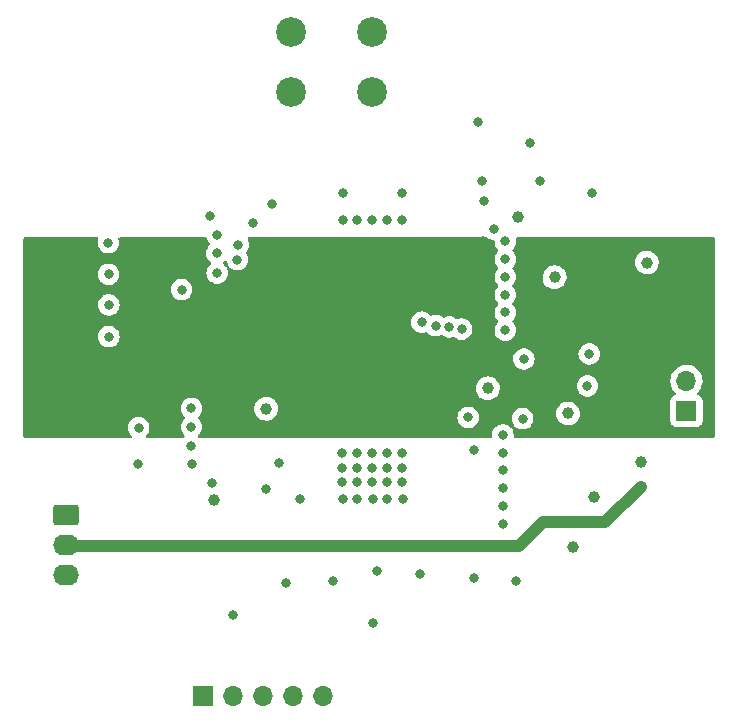
<source format=gbr>
%TF.GenerationSoftware,KiCad,Pcbnew,(6.0.0-0)*%
%TF.CreationDate,2022-06-10T22:05:24-07:00*%
%TF.ProjectId,bitaxe,62697461-7865-42e6-9b69-6361645f7063,rev?*%
%TF.SameCoordinates,Original*%
%TF.FileFunction,Copper,L3,Inr*%
%TF.FilePolarity,Positive*%
%FSLAX46Y46*%
G04 Gerber Fmt 4.6, Leading zero omitted, Abs format (unit mm)*
G04 Created by KiCad (PCBNEW (6.0.0-0)) date 2022-06-10 22:05:24*
%MOMM*%
%LPD*%
G01*
G04 APERTURE LIST*
G04 Aperture macros list*
%AMRoundRect*
0 Rectangle with rounded corners*
0 $1 Rounding radius*
0 $2 $3 $4 $5 $6 $7 $8 $9 X,Y pos of 4 corners*
0 Add a 4 corners polygon primitive as box body*
4,1,4,$2,$3,$4,$5,$6,$7,$8,$9,$2,$3,0*
0 Add four circle primitives for the rounded corners*
1,1,$1+$1,$2,$3*
1,1,$1+$1,$4,$5*
1,1,$1+$1,$6,$7*
1,1,$1+$1,$8,$9*
0 Add four rect primitives between the rounded corners*
20,1,$1+$1,$2,$3,$4,$5,0*
20,1,$1+$1,$4,$5,$6,$7,0*
20,1,$1+$1,$6,$7,$8,$9,0*
20,1,$1+$1,$8,$9,$2,$3,0*%
G04 Aperture macros list end*
%TA.AperFunction,ComponentPad*%
%ADD10O,2.190000X1.740000*%
%TD*%
%TA.AperFunction,ComponentPad*%
%ADD11RoundRect,0.250000X-0.845000X0.620000X-0.845000X-0.620000X0.845000X-0.620000X0.845000X0.620000X0*%
%TD*%
%TA.AperFunction,ComponentPad*%
%ADD12C,2.520000*%
%TD*%
%TA.AperFunction,ComponentPad*%
%ADD13O,1.700000X1.700000*%
%TD*%
%TA.AperFunction,ComponentPad*%
%ADD14R,1.700000X1.700000*%
%TD*%
%TA.AperFunction,ViaPad*%
%ADD15C,0.800000*%
%TD*%
%TA.AperFunction,ViaPad*%
%ADD16C,1.000000*%
%TD*%
%TA.AperFunction,Conductor*%
%ADD17C,1.000000*%
%TD*%
G04 APERTURE END LIST*
D10*
%TO.N,/PWM*%
%TO.C,J5*%
X63350000Y-94680000D03*
%TO.N,/5V*%
X63350000Y-92140000D03*
D11*
%TO.N,GND*%
X63350000Y-89600000D03*
%TD*%
D12*
%TO.N,GND*%
%TO.C,J2*%
X82380000Y-48640000D03*
X82380000Y-53720000D03*
%TD*%
%TO.N,/VIN*%
%TO.C,J1*%
X89290000Y-53720000D03*
X89290000Y-48640000D03*
%TD*%
D13*
%TO.N,GND*%
%TO.C,J3*%
X85120000Y-104860000D03*
%TO.N,/RST_N*%
X82580000Y-104860000D03*
%TO.N,/RO*%
X80040000Y-104860000D03*
%TO.N,/CI*%
X77500000Y-104860000D03*
D14*
%TO.N,/1V8_2*%
X74960000Y-104860000D03*
%TD*%
%TO.N,GND*%
%TO.C,J4*%
X115890000Y-80745000D03*
D13*
%TO.N,/5V*%
X115890000Y-78205000D03*
%TD*%
D15*
%TO.N,Net-(IC1-Pad6)*%
X107930000Y-62270000D03*
%TO.N,Net-(IC1-Pad5)*%
X103490000Y-61240000D03*
%TO.N,Net-(IC1-Pad2)*%
X102640000Y-58050000D03*
%TO.N,Net-(IC1-Pad1)*%
X98220000Y-56290000D03*
%TO.N,/VIN*%
X91800000Y-64570000D03*
X86800000Y-62330000D03*
X87990000Y-64570000D03*
X86780000Y-64570000D03*
X90500000Y-64570000D03*
X89250000Y-64570000D03*
X91820000Y-62330000D03*
%TO.N,/A*%
X86710000Y-66700000D03*
D16*
X106220000Y-75610000D03*
X107950000Y-66510000D03*
D15*
X87990000Y-82050000D03*
X91800000Y-82050000D03*
X86710000Y-70870000D03*
X86710000Y-69280000D03*
X89245000Y-70870000D03*
X91780000Y-66700000D03*
X89250000Y-82050000D03*
X91780000Y-70870000D03*
X82640000Y-70780000D03*
X87997500Y-67930000D03*
X89265000Y-67930000D03*
X87977500Y-70870000D03*
X90512500Y-66700000D03*
X86740000Y-82050000D03*
X61440000Y-70480000D03*
X86730000Y-67930000D03*
D16*
X108730000Y-68440000D03*
D15*
X90512500Y-70870000D03*
X90512500Y-69280000D03*
X87977500Y-66700000D03*
X89245000Y-69280000D03*
X86760000Y-79610000D03*
X91800000Y-67930000D03*
X90500000Y-82050000D03*
X90532500Y-67930000D03*
X91820000Y-79610000D03*
X89245000Y-66700000D03*
X98680000Y-66370000D03*
X87977500Y-69280000D03*
X91780000Y-69280000D03*
D16*
X112200000Y-66580000D03*
D15*
%TO.N,GND*%
X86750000Y-85580000D03*
D16*
X108060000Y-88040000D03*
D15*
X89290000Y-84310000D03*
X86750000Y-86800000D03*
X91820000Y-85580000D03*
X91820000Y-86800000D03*
X90510000Y-86800000D03*
X86760000Y-84310000D03*
X91850000Y-88210000D03*
X89280000Y-85580000D03*
X88000000Y-85580000D03*
X89310000Y-88210000D03*
X88030000Y-88210000D03*
X90540000Y-88210000D03*
X89380000Y-98730000D03*
D16*
X105850000Y-80960000D03*
D15*
X89280000Y-86800000D03*
X83160000Y-88210000D03*
D16*
X106290000Y-92260000D03*
D15*
X90520000Y-84310000D03*
X90510000Y-85580000D03*
D16*
X80300000Y-80560000D03*
D15*
X91830000Y-84310000D03*
X86780000Y-88210000D03*
D16*
X75910000Y-88290000D03*
X112020000Y-85090000D03*
X99070000Y-78830000D03*
D15*
X88000000Y-86800000D03*
X69470000Y-85250000D03*
X97900000Y-84060000D03*
X88010000Y-84310000D03*
%TO.N,Net-(C8-Pad1)*%
X81390000Y-85120000D03*
%TO.N,Net-(C11-Pad1)*%
X80290000Y-87390000D03*
%TO.N,/CI*%
X77510000Y-98010000D03*
%TO.N,/0V8_2*%
X102020000Y-81400000D03*
%TO.N,/0V8_1*%
X99620000Y-65370000D03*
D16*
%TO.N,/1V8_1*%
X101650000Y-64360000D03*
X104720000Y-69430000D03*
D15*
%TO.N,/RST_N*%
X69510000Y-82170000D03*
D16*
%TO.N,/5V*%
X112020000Y-87170000D03*
X112530000Y-68180000D03*
D15*
%TO.N,Net-(IC1-Pad3)*%
X98540000Y-61260000D03*
%TO.N,Net-(IC1-Pad4)*%
X98760000Y-62970000D03*
%TO.N,Net-(C3-Pad1)*%
X73140000Y-70480000D03*
%TO.N,Net-(IC1-Pad25)*%
X76150000Y-69070000D03*
%TO.N,Net-(IC1-Pad26)*%
X76120000Y-67410000D03*
%TO.N,Net-(IC1-Pad27)*%
X96860000Y-73820000D03*
X77870000Y-67940000D03*
%TO.N,Net-(IC1-Pad28)*%
X77950000Y-66700000D03*
X95800000Y-73640000D03*
%TO.N,Net-(IC1-Pad29)*%
X76120000Y-65850000D03*
%TO.N,Net-(IC1-Pad30)*%
X79200000Y-64840000D03*
X94660000Y-73530000D03*
%TO.N,Net-(IC1-Pad31)*%
X75520000Y-64250000D03*
%TO.N,Net-(IC1-Pad32)*%
X93480000Y-73230000D03*
X80790000Y-63200000D03*
%TO.N,Net-(IC2-Pad4)*%
X97410000Y-81300000D03*
%TO.N,Net-(IC2-Pad6)*%
X102120000Y-76340000D03*
%TO.N,Net-(IC2-Pad27)*%
X75730000Y-86870000D03*
%TO.N,Net-(IC2-Pad29)*%
X74000000Y-85250000D03*
%TO.N,Net-(IC2-Pad30)*%
X73960000Y-83690000D03*
%TO.N,Net-(IC2-Pad31)*%
X73980000Y-82100000D03*
%TO.N,Net-(IC2-Pad32)*%
X73980000Y-80530000D03*
%TO.N,Net-(IC1-Pad9)*%
X100550000Y-66400000D03*
%TO.N,Net-(IC1-Pad10)*%
X100550000Y-67910000D03*
%TO.N,Net-(IC1-Pad11)*%
X100550000Y-69400000D03*
%TO.N,Net-(IC1-Pad12)*%
X100550000Y-70910000D03*
%TO.N,Net-(IC1-Pad13)*%
X100550000Y-72400000D03*
%TO.N,Net-(IC1-Pad14)*%
X100550000Y-73910000D03*
%TO.N,Net-(IC1-Pad15)*%
X107500000Y-78630000D03*
%TO.N,Net-(IC1-Pad16)*%
X107660000Y-75920000D03*
%TO.N,Net-(IC2-Pad9)*%
X100350000Y-82770000D03*
%TO.N,Net-(IC2-Pad10)*%
X100330000Y-84280000D03*
%TO.N,Net-(IC2-Pad11)*%
X100360000Y-85790000D03*
%TO.N,Net-(IC2-Pad12)*%
X100340000Y-87300000D03*
%TO.N,Net-(IC2-Pad13)*%
X100340000Y-88820000D03*
%TO.N,Net-(IC2-Pad14)*%
X100350000Y-90330000D03*
%TO.N,Net-(IC2-Pad15)*%
X101450000Y-95110000D03*
%TO.N,Net-(IC2-Pad16)*%
X97910000Y-94900000D03*
%TO.N,Net-(IC1-Pad20)*%
X66980000Y-74456667D03*
%TO.N,Net-(IC1-Pad21)*%
X66980000Y-71766667D03*
%TO.N,Net-(IC1-Pad22)*%
X66960000Y-69176667D03*
%TO.N,Net-(IC1-Pad23)*%
X66940000Y-66496667D03*
%TO.N,Net-(IC2-Pad20)*%
X93290000Y-94580000D03*
%TO.N,Net-(IC2-Pad21)*%
X89700000Y-94340000D03*
%TO.N,Net-(IC2-Pad22)*%
X85970000Y-95150000D03*
%TO.N,Net-(IC2-Pad23)*%
X81990000Y-95280000D03*
%TD*%
D17*
%TO.N,/5V*%
X63605000Y-92085000D02*
X63710000Y-92190000D01*
X63710000Y-92190000D02*
X101720000Y-92190000D01*
X101720000Y-92190000D02*
X103740000Y-90170000D01*
X109020000Y-90170000D02*
X112020000Y-87170000D01*
X103740000Y-90170000D02*
X109020000Y-90170000D01*
%TD*%
%TA.AperFunction,Conductor*%
%TO.N,/A*%
G36*
X66027824Y-66060002D02*
G01*
X66074317Y-66113658D01*
X66084421Y-66183932D01*
X66079536Y-66204936D01*
X66046458Y-66306739D01*
X66026496Y-66496667D01*
X66046458Y-66686595D01*
X66105473Y-66868223D01*
X66108776Y-66873945D01*
X66108777Y-66873946D01*
X66114215Y-66883365D01*
X66200960Y-67033611D01*
X66205378Y-67038518D01*
X66205379Y-67038519D01*
X66321324Y-67167289D01*
X66328747Y-67175533D01*
X66483248Y-67287785D01*
X66489276Y-67290469D01*
X66489278Y-67290470D01*
X66591323Y-67335903D01*
X66657712Y-67365461D01*
X66751112Y-67385314D01*
X66838056Y-67403795D01*
X66838061Y-67403795D01*
X66844513Y-67405167D01*
X67035487Y-67405167D01*
X67041939Y-67403795D01*
X67041944Y-67403795D01*
X67128888Y-67385314D01*
X67222288Y-67365461D01*
X67288677Y-67335903D01*
X67390722Y-67290470D01*
X67390724Y-67290469D01*
X67396752Y-67287785D01*
X67551253Y-67175533D01*
X67558676Y-67167289D01*
X67674621Y-67038519D01*
X67674622Y-67038518D01*
X67679040Y-67033611D01*
X67765785Y-66883365D01*
X67771223Y-66873946D01*
X67771224Y-66873945D01*
X67774527Y-66868223D01*
X67833542Y-66686595D01*
X67853504Y-66496667D01*
X67833542Y-66306739D01*
X67800464Y-66204936D01*
X67798436Y-66133969D01*
X67835099Y-66073171D01*
X67898811Y-66041845D01*
X67920297Y-66040000D01*
X75134937Y-66040000D01*
X75203058Y-66060002D01*
X75249551Y-66113658D01*
X75254770Y-66127063D01*
X75281742Y-66210072D01*
X75285473Y-66221556D01*
X75380960Y-66386944D01*
X75385378Y-66391851D01*
X75385379Y-66391852D01*
X75395506Y-66403099D01*
X75508747Y-66528866D01*
X75514090Y-66532748D01*
X75518108Y-66536366D01*
X75555346Y-66596813D01*
X75553992Y-66667797D01*
X75518108Y-66723634D01*
X75514090Y-66727252D01*
X75508747Y-66731134D01*
X75504326Y-66736044D01*
X75397147Y-66855079D01*
X75380960Y-66873056D01*
X75347377Y-66931223D01*
X75291565Y-67027893D01*
X75285473Y-67038444D01*
X75226458Y-67220072D01*
X75225768Y-67226633D01*
X75225768Y-67226635D01*
X75224685Y-67236944D01*
X75206496Y-67410000D01*
X75207186Y-67416565D01*
X75223810Y-67574729D01*
X75226458Y-67599928D01*
X75285473Y-67781556D01*
X75380960Y-67946944D01*
X75508747Y-68088866D01*
X75580900Y-68141288D01*
X75591462Y-68148962D01*
X75634816Y-68205184D01*
X75640891Y-68275920D01*
X75607760Y-68338712D01*
X75591462Y-68352834D01*
X75538747Y-68391134D01*
X75534329Y-68396041D01*
X75534325Y-68396045D01*
X75430085Y-68511816D01*
X75410960Y-68533056D01*
X75315473Y-68698444D01*
X75256458Y-68880072D01*
X75255768Y-68886633D01*
X75255768Y-68886635D01*
X75252508Y-68917655D01*
X75236496Y-69070000D01*
X75237186Y-69076565D01*
X75252832Y-69225425D01*
X75256458Y-69259928D01*
X75315473Y-69441556D01*
X75410960Y-69606944D01*
X75415378Y-69611851D01*
X75415379Y-69611852D01*
X75484737Y-69688882D01*
X75538747Y-69748866D01*
X75613325Y-69803050D01*
X75678802Y-69850622D01*
X75693248Y-69861118D01*
X75699276Y-69863802D01*
X75699278Y-69863803D01*
X75850714Y-69931226D01*
X75867712Y-69938794D01*
X75961113Y-69958647D01*
X76048056Y-69977128D01*
X76048061Y-69977128D01*
X76054513Y-69978500D01*
X76245487Y-69978500D01*
X76251939Y-69977128D01*
X76251944Y-69977128D01*
X76338887Y-69958647D01*
X76432288Y-69938794D01*
X76449286Y-69931226D01*
X76600722Y-69863803D01*
X76600724Y-69863802D01*
X76606752Y-69861118D01*
X76621199Y-69850622D01*
X76686675Y-69803050D01*
X76761253Y-69748866D01*
X76815263Y-69688882D01*
X76884621Y-69611852D01*
X76884622Y-69611851D01*
X76889040Y-69606944D01*
X76984527Y-69441556D01*
X77043542Y-69259928D01*
X77047169Y-69225425D01*
X77062814Y-69076565D01*
X77063504Y-69070000D01*
X77047492Y-68917655D01*
X77044232Y-68886635D01*
X77044232Y-68886633D01*
X77043542Y-68880072D01*
X76984527Y-68698444D01*
X76965800Y-68666008D01*
X76949061Y-68597013D01*
X76972281Y-68529921D01*
X76978185Y-68525278D01*
X76921238Y-68530716D01*
X76858133Y-68498184D01*
X76851446Y-68491304D01*
X76850641Y-68490410D01*
X76761253Y-68391134D01*
X76749871Y-68382864D01*
X76696368Y-68343992D01*
X76678538Y-68331038D01*
X76635184Y-68274816D01*
X76629109Y-68204080D01*
X76662240Y-68141288D01*
X76678538Y-68127166D01*
X76692192Y-68117245D01*
X76731253Y-68088866D01*
X76757669Y-68059528D01*
X76818115Y-68022288D01*
X76889098Y-68023640D01*
X76948083Y-68063153D01*
X76974551Y-68117638D01*
X76975768Y-68123362D01*
X76976458Y-68129928D01*
X77035473Y-68311556D01*
X77038777Y-68317278D01*
X77038778Y-68317281D01*
X77054200Y-68343992D01*
X77070939Y-68412987D01*
X77047719Y-68480079D01*
X77041815Y-68484722D01*
X77098762Y-68479284D01*
X77161867Y-68511816D01*
X77168549Y-68518691D01*
X77258747Y-68618866D01*
X77308481Y-68655000D01*
X77392355Y-68715938D01*
X77413248Y-68731118D01*
X77419276Y-68733802D01*
X77419278Y-68733803D01*
X77581681Y-68806109D01*
X77587712Y-68808794D01*
X77681113Y-68828647D01*
X77768056Y-68847128D01*
X77768061Y-68847128D01*
X77774513Y-68848500D01*
X77965487Y-68848500D01*
X77971939Y-68847128D01*
X77971944Y-68847128D01*
X78058887Y-68828647D01*
X78152288Y-68808794D01*
X78158319Y-68806109D01*
X78320722Y-68733803D01*
X78320724Y-68733802D01*
X78326752Y-68731118D01*
X78347646Y-68715938D01*
X78431519Y-68655000D01*
X78481253Y-68618866D01*
X78500930Y-68597013D01*
X78604621Y-68481852D01*
X78604622Y-68481851D01*
X78609040Y-68476944D01*
X78685800Y-68343992D01*
X78701223Y-68317279D01*
X78701224Y-68317278D01*
X78704527Y-68311556D01*
X78763542Y-68129928D01*
X78783504Y-67940000D01*
X78766203Y-67775392D01*
X78764232Y-67756635D01*
X78764232Y-67756633D01*
X78763542Y-67750072D01*
X78704527Y-67568444D01*
X78687207Y-67538444D01*
X78645345Y-67465938D01*
X78627632Y-67435258D01*
X78610894Y-67366264D01*
X78634114Y-67299172D01*
X78643115Y-67287949D01*
X78684621Y-67241852D01*
X78684622Y-67241851D01*
X78689040Y-67236944D01*
X78784527Y-67071556D01*
X78843542Y-66889928D01*
X78844715Y-66878774D01*
X78862814Y-66706565D01*
X78862814Y-66706564D01*
X78863504Y-66700000D01*
X78846306Y-66536366D01*
X78844232Y-66516635D01*
X78844232Y-66516633D01*
X78843542Y-66510072D01*
X78784527Y-66328444D01*
X78732768Y-66238794D01*
X78727113Y-66229000D01*
X78710375Y-66160005D01*
X78733595Y-66092913D01*
X78789403Y-66049026D01*
X78836232Y-66040000D01*
X98955604Y-66040000D01*
X99023725Y-66060002D01*
X99029665Y-66064064D01*
X99116376Y-66127063D01*
X99163248Y-66161118D01*
X99169276Y-66163802D01*
X99169278Y-66163803D01*
X99311844Y-66227277D01*
X99337712Y-66238794D01*
X99524513Y-66278500D01*
X99526078Y-66278500D01*
X99590008Y-66304798D01*
X99630641Y-66363017D01*
X99636568Y-66399315D01*
X99636496Y-66400000D01*
X99637186Y-66406565D01*
X99649525Y-66523960D01*
X99656458Y-66589928D01*
X99715473Y-66771556D01*
X99718776Y-66777278D01*
X99718777Y-66777279D01*
X99771284Y-66868223D01*
X99810960Y-66936944D01*
X99815378Y-66941851D01*
X99815379Y-66941852D01*
X99931385Y-67070690D01*
X99962103Y-67134697D01*
X99953338Y-67205151D01*
X99931385Y-67239310D01*
X99816563Y-67366833D01*
X99810960Y-67373056D01*
X99715473Y-67538444D01*
X99656458Y-67720072D01*
X99655768Y-67726633D01*
X99655768Y-67726635D01*
X99637186Y-67903435D01*
X99636496Y-67910000D01*
X99656458Y-68099928D01*
X99715473Y-68281556D01*
X99718776Y-68287278D01*
X99718777Y-68287279D01*
X99748472Y-68338712D01*
X99810960Y-68446944D01*
X99815378Y-68451851D01*
X99815379Y-68451852D01*
X99922381Y-68570690D01*
X99953099Y-68634697D01*
X99944334Y-68705151D01*
X99922381Y-68739310D01*
X99824066Y-68848500D01*
X99810960Y-68863056D01*
X99781628Y-68913861D01*
X99723154Y-69015141D01*
X99715473Y-69028444D01*
X99656458Y-69210072D01*
X99655768Y-69216633D01*
X99655768Y-69216635D01*
X99653386Y-69239301D01*
X99636496Y-69400000D01*
X99656458Y-69589928D01*
X99715473Y-69771556D01*
X99810960Y-69936944D01*
X99815378Y-69941851D01*
X99815379Y-69941852D01*
X99931385Y-70070690D01*
X99962103Y-70134697D01*
X99953338Y-70205151D01*
X99931385Y-70239310D01*
X99822240Y-70360528D01*
X99810960Y-70373056D01*
X99715473Y-70538444D01*
X99656458Y-70720072D01*
X99636496Y-70910000D01*
X99637186Y-70916565D01*
X99655700Y-71092712D01*
X99656458Y-71099928D01*
X99715473Y-71281556D01*
X99810960Y-71446944D01*
X99815378Y-71451851D01*
X99815379Y-71451852D01*
X99922381Y-71570690D01*
X99953099Y-71634697D01*
X99944334Y-71705151D01*
X99922381Y-71739310D01*
X99810960Y-71863056D01*
X99715473Y-72028444D01*
X99656458Y-72210072D01*
X99655768Y-72216633D01*
X99655768Y-72216635D01*
X99644602Y-72322872D01*
X99636496Y-72400000D01*
X99637186Y-72406565D01*
X99653080Y-72557785D01*
X99656458Y-72589928D01*
X99715473Y-72771556D01*
X99810960Y-72936944D01*
X99815378Y-72941851D01*
X99815379Y-72941852D01*
X99931385Y-73070690D01*
X99962103Y-73134697D01*
X99953338Y-73205151D01*
X99931385Y-73239310D01*
X99810960Y-73373056D01*
X99715473Y-73538444D01*
X99656458Y-73720072D01*
X99655768Y-73726633D01*
X99655768Y-73726635D01*
X99649874Y-73782712D01*
X99636496Y-73910000D01*
X99637186Y-73916565D01*
X99654901Y-74085111D01*
X99656458Y-74099928D01*
X99715473Y-74281556D01*
X99810960Y-74446944D01*
X99815378Y-74451851D01*
X99815379Y-74451852D01*
X99861207Y-74502749D01*
X99938747Y-74588866D01*
X99973070Y-74613803D01*
X100076286Y-74688794D01*
X100093248Y-74701118D01*
X100099276Y-74703802D01*
X100099278Y-74703803D01*
X100154749Y-74728500D01*
X100267712Y-74778794D01*
X100361113Y-74798647D01*
X100448056Y-74817128D01*
X100448061Y-74817128D01*
X100454513Y-74818500D01*
X100645487Y-74818500D01*
X100651939Y-74817128D01*
X100651944Y-74817128D01*
X100738887Y-74798647D01*
X100832288Y-74778794D01*
X100945251Y-74728500D01*
X101000722Y-74703803D01*
X101000724Y-74703802D01*
X101006752Y-74701118D01*
X101023715Y-74688794D01*
X101126930Y-74613803D01*
X101161253Y-74588866D01*
X101238793Y-74502749D01*
X101284621Y-74451852D01*
X101284622Y-74451851D01*
X101289040Y-74446944D01*
X101384527Y-74281556D01*
X101443542Y-74099928D01*
X101445100Y-74085111D01*
X101462814Y-73916565D01*
X101463504Y-73910000D01*
X101450126Y-73782712D01*
X101444232Y-73726635D01*
X101444232Y-73726633D01*
X101443542Y-73720072D01*
X101384527Y-73538444D01*
X101289040Y-73373056D01*
X101168615Y-73239310D01*
X101137897Y-73175303D01*
X101146662Y-73104849D01*
X101168615Y-73070690D01*
X101284621Y-72941852D01*
X101284622Y-72941851D01*
X101289040Y-72936944D01*
X101384527Y-72771556D01*
X101443542Y-72589928D01*
X101446921Y-72557785D01*
X101462814Y-72406565D01*
X101463504Y-72400000D01*
X101455398Y-72322872D01*
X101444232Y-72216635D01*
X101444232Y-72216633D01*
X101443542Y-72210072D01*
X101384527Y-72028444D01*
X101289040Y-71863056D01*
X101177619Y-71739310D01*
X101146901Y-71675303D01*
X101155666Y-71604849D01*
X101177619Y-71570690D01*
X101284621Y-71451852D01*
X101284622Y-71451851D01*
X101289040Y-71446944D01*
X101384527Y-71281556D01*
X101443542Y-71099928D01*
X101444301Y-71092712D01*
X101462814Y-70916565D01*
X101463504Y-70910000D01*
X101443542Y-70720072D01*
X101384527Y-70538444D01*
X101289040Y-70373056D01*
X101277760Y-70360528D01*
X101168615Y-70239310D01*
X101137897Y-70175303D01*
X101146662Y-70104849D01*
X101168615Y-70070690D01*
X101284621Y-69941852D01*
X101284622Y-69941851D01*
X101289040Y-69936944D01*
X101384527Y-69771556D01*
X101443542Y-69589928D01*
X101461838Y-69415851D01*
X103706719Y-69415851D01*
X103723268Y-69612934D01*
X103777783Y-69803050D01*
X103780602Y-69808535D01*
X103848252Y-69940166D01*
X103868187Y-69978956D01*
X103991035Y-70133953D01*
X103995728Y-70137947D01*
X103995729Y-70137948D01*
X104105223Y-70231134D01*
X104141650Y-70262136D01*
X104314294Y-70358624D01*
X104502392Y-70419740D01*
X104698777Y-70443158D01*
X104704912Y-70442686D01*
X104704914Y-70442686D01*
X104889830Y-70428457D01*
X104889834Y-70428456D01*
X104895972Y-70427984D01*
X105086463Y-70374798D01*
X105091967Y-70372018D01*
X105091969Y-70372017D01*
X105257495Y-70288404D01*
X105257497Y-70288403D01*
X105262996Y-70285625D01*
X105418847Y-70163861D01*
X105521047Y-70045461D01*
X105544049Y-70018813D01*
X105544050Y-70018811D01*
X105548078Y-70014145D01*
X105645769Y-69842179D01*
X105708197Y-69654513D01*
X105732985Y-69458295D01*
X105733219Y-69441556D01*
X105733331Y-69433523D01*
X105733331Y-69433520D01*
X105733380Y-69430000D01*
X105714080Y-69233167D01*
X105701781Y-69192429D01*
X105676478Y-69108624D01*
X105656916Y-69043831D01*
X105564066Y-68869204D01*
X105478382Y-68764145D01*
X105442960Y-68720713D01*
X105442957Y-68720710D01*
X105439065Y-68715938D01*
X105432724Y-68710692D01*
X105291425Y-68593799D01*
X105291421Y-68593797D01*
X105286675Y-68589870D01*
X105112701Y-68495802D01*
X104923768Y-68437318D01*
X104917643Y-68436674D01*
X104917642Y-68436674D01*
X104733204Y-68417289D01*
X104733202Y-68417289D01*
X104727075Y-68416645D01*
X104644576Y-68424153D01*
X104536251Y-68434011D01*
X104536248Y-68434012D01*
X104530112Y-68434570D01*
X104524206Y-68436308D01*
X104524202Y-68436309D01*
X104419076Y-68467249D01*
X104340381Y-68490410D01*
X104334923Y-68493263D01*
X104334919Y-68493265D01*
X104299435Y-68511816D01*
X104165110Y-68582040D01*
X104010975Y-68705968D01*
X103883846Y-68857474D01*
X103880879Y-68862872D01*
X103880875Y-68862877D01*
X103855411Y-68909197D01*
X103788567Y-69030787D01*
X103786706Y-69036654D01*
X103786705Y-69036656D01*
X103745092Y-69167836D01*
X103728765Y-69219306D01*
X103706719Y-69415851D01*
X101461838Y-69415851D01*
X101463504Y-69400000D01*
X101446614Y-69239301D01*
X101444232Y-69216635D01*
X101444232Y-69216633D01*
X101443542Y-69210072D01*
X101384527Y-69028444D01*
X101376847Y-69015141D01*
X101318372Y-68913861D01*
X101289040Y-68863056D01*
X101275934Y-68848500D01*
X101177619Y-68739310D01*
X101146901Y-68675303D01*
X101155666Y-68604849D01*
X101177619Y-68570690D01*
X101284621Y-68451852D01*
X101284622Y-68451851D01*
X101289040Y-68446944D01*
X101351528Y-68338712D01*
X101381223Y-68287279D01*
X101381224Y-68287278D01*
X101384527Y-68281556D01*
X101422122Y-68165851D01*
X111516719Y-68165851D01*
X111517235Y-68171995D01*
X111530590Y-68331038D01*
X111533268Y-68362934D01*
X111548830Y-68417204D01*
X111582050Y-68533056D01*
X111587783Y-68553050D01*
X111590602Y-68558535D01*
X111673951Y-68720713D01*
X111678187Y-68728956D01*
X111801035Y-68883953D01*
X111805728Y-68887947D01*
X111805729Y-68887948D01*
X111921809Y-68986739D01*
X111951650Y-69012136D01*
X112124294Y-69108624D01*
X112312392Y-69169740D01*
X112508777Y-69193158D01*
X112514912Y-69192686D01*
X112514914Y-69192686D01*
X112699830Y-69178457D01*
X112699834Y-69178456D01*
X112705972Y-69177984D01*
X112896463Y-69124798D01*
X112901967Y-69122018D01*
X112901969Y-69122017D01*
X113067495Y-69038404D01*
X113067497Y-69038403D01*
X113072996Y-69035625D01*
X113228847Y-68913861D01*
X113358078Y-68764145D01*
X113455769Y-68592179D01*
X113518197Y-68404513D01*
X113542985Y-68208295D01*
X113543380Y-68180000D01*
X113524080Y-67983167D01*
X113514626Y-67951852D01*
X113468697Y-67799731D01*
X113466916Y-67793831D01*
X113374066Y-67619204D01*
X113303532Y-67532721D01*
X113252960Y-67470713D01*
X113252957Y-67470710D01*
X113249065Y-67465938D01*
X113242724Y-67460692D01*
X113101425Y-67343799D01*
X113101421Y-67343797D01*
X113096675Y-67339870D01*
X112922701Y-67245802D01*
X112733768Y-67187318D01*
X112727643Y-67186674D01*
X112727642Y-67186674D01*
X112543204Y-67167289D01*
X112543202Y-67167289D01*
X112537075Y-67166645D01*
X112454576Y-67174153D01*
X112346251Y-67184011D01*
X112346248Y-67184012D01*
X112340112Y-67184570D01*
X112334206Y-67186308D01*
X112334202Y-67186309D01*
X112240816Y-67213794D01*
X112150381Y-67240410D01*
X112144923Y-67243263D01*
X112144919Y-67243265D01*
X112059448Y-67287949D01*
X111975110Y-67332040D01*
X111820975Y-67455968D01*
X111693846Y-67607474D01*
X111690879Y-67612872D01*
X111690875Y-67612877D01*
X111687397Y-67619204D01*
X111598567Y-67780787D01*
X111596706Y-67786654D01*
X111596705Y-67786656D01*
X111545979Y-67946565D01*
X111538765Y-67969306D01*
X111516719Y-68165851D01*
X101422122Y-68165851D01*
X101443542Y-68099928D01*
X101463504Y-67910000D01*
X101462814Y-67903435D01*
X101444232Y-67726635D01*
X101444232Y-67726633D01*
X101443542Y-67720072D01*
X101384527Y-67538444D01*
X101289040Y-67373056D01*
X101283437Y-67366833D01*
X101168615Y-67239310D01*
X101137897Y-67175303D01*
X101146662Y-67104849D01*
X101168615Y-67070690D01*
X101284621Y-66941852D01*
X101284622Y-66941851D01*
X101289040Y-66936944D01*
X101328716Y-66868223D01*
X101381223Y-66777279D01*
X101381224Y-66777278D01*
X101384527Y-66771556D01*
X101443542Y-66589928D01*
X101450476Y-66523960D01*
X101462814Y-66406565D01*
X101463504Y-66400000D01*
X101446279Y-66236109D01*
X101444232Y-66216635D01*
X101444232Y-66216633D01*
X101443542Y-66210072D01*
X101441503Y-66203795D01*
X101440129Y-66197334D01*
X101441647Y-66197011D01*
X101439844Y-66133973D01*
X101476504Y-66073174D01*
X101540216Y-66041846D01*
X101561706Y-66040000D01*
X118156001Y-66040000D01*
X118224122Y-66060002D01*
X118270615Y-66113658D01*
X118282001Y-66166000D01*
X118282000Y-82914000D01*
X118261998Y-82982121D01*
X118208342Y-83028614D01*
X118156000Y-83040000D01*
X101375063Y-83040000D01*
X101306942Y-83019998D01*
X101260449Y-82966342D01*
X101249753Y-82900829D01*
X101249884Y-82899589D01*
X101263504Y-82770000D01*
X101262814Y-82763435D01*
X101244232Y-82586635D01*
X101244232Y-82586633D01*
X101243542Y-82580072D01*
X101184527Y-82398444D01*
X101089040Y-82233056D01*
X101065695Y-82207128D01*
X100965675Y-82096045D01*
X100965674Y-82096044D01*
X100961253Y-82091134D01*
X100806752Y-81978882D01*
X100800724Y-81976198D01*
X100800722Y-81976197D01*
X100638319Y-81903891D01*
X100638318Y-81903891D01*
X100632288Y-81901206D01*
X100538887Y-81881353D01*
X100451944Y-81862872D01*
X100451939Y-81862872D01*
X100445487Y-81861500D01*
X100254513Y-81861500D01*
X100248061Y-81862872D01*
X100248056Y-81862872D01*
X100161113Y-81881353D01*
X100067712Y-81901206D01*
X100061682Y-81903891D01*
X100061681Y-81903891D01*
X99899278Y-81976197D01*
X99899276Y-81976198D01*
X99893248Y-81978882D01*
X99738747Y-82091134D01*
X99734326Y-82096044D01*
X99734325Y-82096045D01*
X99634306Y-82207128D01*
X99610960Y-82233056D01*
X99515473Y-82398444D01*
X99456458Y-82580072D01*
X99455768Y-82586633D01*
X99455768Y-82586635D01*
X99437186Y-82763435D01*
X99436496Y-82770000D01*
X99450117Y-82899589D01*
X99450247Y-82900829D01*
X99437475Y-82970668D01*
X99388973Y-83022514D01*
X99324937Y-83040000D01*
X74650647Y-83040000D01*
X74582526Y-83019998D01*
X74571991Y-83011954D01*
X74571253Y-83011134D01*
X74565908Y-83007251D01*
X74565904Y-83007247D01*
X74561709Y-83004199D01*
X74518356Y-82947976D01*
X74512282Y-82877240D01*
X74545415Y-82814449D01*
X74561706Y-82800333D01*
X74591253Y-82778866D01*
X74719040Y-82636944D01*
X74814527Y-82471556D01*
X74873542Y-82289928D01*
X74876046Y-82266109D01*
X74892814Y-82106565D01*
X74893504Y-82100000D01*
X74880774Y-81978882D01*
X74874232Y-81916635D01*
X74874232Y-81916633D01*
X74873542Y-81910072D01*
X74814527Y-81728444D01*
X74794561Y-81693861D01*
X74738179Y-81596206D01*
X74719040Y-81563056D01*
X74702013Y-81544145D01*
X74595675Y-81426045D01*
X74595674Y-81426044D01*
X74591253Y-81421134D01*
X74585475Y-81416936D01*
X74585285Y-81416689D01*
X74581002Y-81412833D01*
X74581707Y-81412050D01*
X74542121Y-81360713D01*
X74536046Y-81289977D01*
X74569178Y-81227185D01*
X74585475Y-81213064D01*
X74585487Y-81213056D01*
X74591253Y-81208866D01*
X74618691Y-81178393D01*
X74714621Y-81071852D01*
X74714622Y-81071851D01*
X74719040Y-81066944D01*
X74788953Y-80945851D01*
X74811223Y-80907279D01*
X74811224Y-80907278D01*
X74814527Y-80901556D01*
X74873542Y-80719928D01*
X74885496Y-80606197D01*
X74891838Y-80545851D01*
X79286719Y-80545851D01*
X79303268Y-80742934D01*
X79304967Y-80748858D01*
X79337713Y-80863056D01*
X79357783Y-80933050D01*
X79448187Y-81108956D01*
X79571035Y-81263953D01*
X79575728Y-81267947D01*
X79575729Y-81267948D01*
X79706077Y-81378882D01*
X79721650Y-81392136D01*
X79894294Y-81488624D01*
X80082392Y-81549740D01*
X80278777Y-81573158D01*
X80284912Y-81572686D01*
X80284914Y-81572686D01*
X80469830Y-81558457D01*
X80469834Y-81558456D01*
X80475972Y-81557984D01*
X80666463Y-81504798D01*
X80671967Y-81502018D01*
X80671969Y-81502017D01*
X80837495Y-81418404D01*
X80837497Y-81418403D01*
X80842996Y-81415625D01*
X80989446Y-81301206D01*
X80990990Y-81300000D01*
X96496496Y-81300000D01*
X96497186Y-81306565D01*
X96509228Y-81421134D01*
X96516458Y-81489928D01*
X96575473Y-81671556D01*
X96670960Y-81836944D01*
X96675378Y-81841851D01*
X96675379Y-81841852D01*
X96793607Y-81973158D01*
X96798747Y-81978866D01*
X96883206Y-82040229D01*
X96936385Y-82078866D01*
X96953248Y-82091118D01*
X96959276Y-82093802D01*
X96959278Y-82093803D01*
X97115675Y-82163435D01*
X97127712Y-82168794D01*
X97214479Y-82187237D01*
X97308056Y-82207128D01*
X97308061Y-82207128D01*
X97314513Y-82208500D01*
X97505487Y-82208500D01*
X97511939Y-82207128D01*
X97511944Y-82207128D01*
X97605521Y-82187237D01*
X97692288Y-82168794D01*
X97704325Y-82163435D01*
X97860722Y-82093803D01*
X97860724Y-82093802D01*
X97866752Y-82091118D01*
X97883616Y-82078866D01*
X97936794Y-82040229D01*
X98021253Y-81978866D01*
X98026393Y-81973158D01*
X98144621Y-81841852D01*
X98144622Y-81841851D01*
X98149040Y-81836944D01*
X98244527Y-81671556D01*
X98303542Y-81489928D01*
X98310773Y-81421134D01*
X98312994Y-81400000D01*
X101106496Y-81400000D01*
X101107186Y-81406565D01*
X101124235Y-81568774D01*
X101126458Y-81589928D01*
X101185473Y-81771556D01*
X101188776Y-81777278D01*
X101188777Y-81777279D01*
X101197355Y-81792136D01*
X101280960Y-81936944D01*
X101285378Y-81941851D01*
X101285379Y-81941852D01*
X101325702Y-81986635D01*
X101408747Y-82078866D01*
X101507843Y-82150864D01*
X101543218Y-82176565D01*
X101563248Y-82191118D01*
X101569276Y-82193802D01*
X101569278Y-82193803D01*
X101731681Y-82266109D01*
X101737712Y-82268794D01*
X101806263Y-82283365D01*
X101918056Y-82307128D01*
X101918061Y-82307128D01*
X101924513Y-82308500D01*
X102115487Y-82308500D01*
X102121939Y-82307128D01*
X102121944Y-82307128D01*
X102233737Y-82283365D01*
X102302288Y-82268794D01*
X102308319Y-82266109D01*
X102470722Y-82193803D01*
X102470724Y-82193802D01*
X102476752Y-82191118D01*
X102496783Y-82176565D01*
X102532157Y-82150864D01*
X102631253Y-82078866D01*
X102714298Y-81986635D01*
X102754621Y-81941852D01*
X102754622Y-81941851D01*
X102759040Y-81936944D01*
X102842645Y-81792136D01*
X102851223Y-81777279D01*
X102851224Y-81777278D01*
X102854527Y-81771556D01*
X102913542Y-81589928D01*
X102915766Y-81568774D01*
X102932814Y-81406565D01*
X102933504Y-81400000D01*
X102923403Y-81303891D01*
X102914232Y-81216635D01*
X102914232Y-81216633D01*
X102913542Y-81210072D01*
X102854527Y-81028444D01*
X102806842Y-80945851D01*
X104836719Y-80945851D01*
X104837235Y-80951995D01*
X104851060Y-81116635D01*
X104853268Y-81142934D01*
X104873448Y-81213311D01*
X104900189Y-81306565D01*
X104907783Y-81333050D01*
X104910602Y-81338535D01*
X104991552Y-81496045D01*
X104998187Y-81508956D01*
X105121035Y-81663953D01*
X105125728Y-81667947D01*
X105125729Y-81667948D01*
X105247469Y-81771556D01*
X105271650Y-81792136D01*
X105444294Y-81888624D01*
X105632392Y-81949740D01*
X105828777Y-81973158D01*
X105834912Y-81972686D01*
X105834914Y-81972686D01*
X106019830Y-81958457D01*
X106019834Y-81958456D01*
X106025972Y-81957984D01*
X106216463Y-81904798D01*
X106221967Y-81902018D01*
X106221969Y-81902017D01*
X106387495Y-81818404D01*
X106387497Y-81818403D01*
X106392996Y-81815625D01*
X106548847Y-81693861D01*
X106667564Y-81556326D01*
X106674049Y-81548813D01*
X106674050Y-81548811D01*
X106678078Y-81544145D01*
X106775769Y-81372179D01*
X106838197Y-81184513D01*
X106862985Y-80988295D01*
X106863380Y-80960000D01*
X106844080Y-80763167D01*
X106831390Y-80721134D01*
X106802680Y-80626045D01*
X106786916Y-80573831D01*
X106694066Y-80399204D01*
X106623709Y-80312938D01*
X106572960Y-80250713D01*
X106572957Y-80250710D01*
X106569065Y-80245938D01*
X106562724Y-80240692D01*
X106421425Y-80123799D01*
X106421421Y-80123797D01*
X106416675Y-80119870D01*
X106242701Y-80025802D01*
X106053768Y-79967318D01*
X106047643Y-79966674D01*
X106047642Y-79966674D01*
X105863204Y-79947289D01*
X105863202Y-79947289D01*
X105857075Y-79946645D01*
X105774576Y-79954153D01*
X105666251Y-79964011D01*
X105666248Y-79964012D01*
X105660112Y-79964570D01*
X105654206Y-79966308D01*
X105654202Y-79966309D01*
X105563323Y-79993056D01*
X105470381Y-80020410D01*
X105464923Y-80023263D01*
X105464919Y-80023265D01*
X105374147Y-80070720D01*
X105295110Y-80112040D01*
X105140975Y-80235968D01*
X105013846Y-80387474D01*
X105010879Y-80392872D01*
X105010875Y-80392877D01*
X104955903Y-80492872D01*
X104918567Y-80560787D01*
X104916706Y-80566654D01*
X104916705Y-80566656D01*
X104910959Y-80584771D01*
X104858765Y-80749306D01*
X104841046Y-80907279D01*
X104838672Y-80928444D01*
X104836719Y-80945851D01*
X102806842Y-80945851D01*
X102759040Y-80863056D01*
X102645353Y-80736793D01*
X102635675Y-80726045D01*
X102635674Y-80726044D01*
X102631253Y-80721134D01*
X102500375Y-80626045D01*
X102482094Y-80612763D01*
X102482093Y-80612762D01*
X102476752Y-80608882D01*
X102470724Y-80606198D01*
X102470722Y-80606197D01*
X102308319Y-80533891D01*
X102308318Y-80533891D01*
X102302288Y-80531206D01*
X102208888Y-80511353D01*
X102121944Y-80492872D01*
X102121939Y-80492872D01*
X102115487Y-80491500D01*
X101924513Y-80491500D01*
X101918061Y-80492872D01*
X101918056Y-80492872D01*
X101831112Y-80511353D01*
X101737712Y-80531206D01*
X101731682Y-80533891D01*
X101731681Y-80533891D01*
X101569278Y-80606197D01*
X101569276Y-80606198D01*
X101563248Y-80608882D01*
X101557907Y-80612762D01*
X101557906Y-80612763D01*
X101539625Y-80626045D01*
X101408747Y-80721134D01*
X101404326Y-80726044D01*
X101404325Y-80726045D01*
X101394648Y-80736793D01*
X101280960Y-80863056D01*
X101185473Y-81028444D01*
X101126458Y-81210072D01*
X101125768Y-81216633D01*
X101125768Y-81216635D01*
X101116597Y-81303891D01*
X101106496Y-81400000D01*
X98312994Y-81400000D01*
X98322814Y-81306565D01*
X98323504Y-81300000D01*
X98313409Y-81203955D01*
X98304232Y-81116635D01*
X98304232Y-81116633D01*
X98303542Y-81110072D01*
X98244527Y-80928444D01*
X98149040Y-80763056D01*
X98136660Y-80749306D01*
X98025675Y-80626045D01*
X98025674Y-80626044D01*
X98021253Y-80621134D01*
X97895590Y-80529834D01*
X97872094Y-80512763D01*
X97872093Y-80512762D01*
X97866752Y-80508882D01*
X97860724Y-80506198D01*
X97860722Y-80506197D01*
X97698319Y-80433891D01*
X97698318Y-80433891D01*
X97692288Y-80431206D01*
X97598888Y-80411353D01*
X97511944Y-80392872D01*
X97511939Y-80392872D01*
X97505487Y-80391500D01*
X97314513Y-80391500D01*
X97308061Y-80392872D01*
X97308056Y-80392872D01*
X97221112Y-80411353D01*
X97127712Y-80431206D01*
X97121682Y-80433891D01*
X97121681Y-80433891D01*
X96959278Y-80506197D01*
X96959276Y-80506198D01*
X96953248Y-80508882D01*
X96947907Y-80512762D01*
X96947906Y-80512763D01*
X96924410Y-80529834D01*
X96798747Y-80621134D01*
X96794326Y-80626044D01*
X96794325Y-80626045D01*
X96683341Y-80749306D01*
X96670960Y-80763056D01*
X96575473Y-80928444D01*
X96516458Y-81110072D01*
X96515768Y-81116633D01*
X96515768Y-81116635D01*
X96506591Y-81203955D01*
X96496496Y-81300000D01*
X80990990Y-81300000D01*
X80993991Y-81297655D01*
X80998847Y-81293861D01*
X81128078Y-81144145D01*
X81225769Y-80972179D01*
X81288197Y-80784513D01*
X81312985Y-80588295D01*
X81313380Y-80560000D01*
X81294080Y-80363167D01*
X81236916Y-80173831D01*
X81144066Y-79999204D01*
X81073709Y-79912938D01*
X81022960Y-79850713D01*
X81022957Y-79850710D01*
X81019065Y-79845938D01*
X81012724Y-79840692D01*
X80871425Y-79723799D01*
X80871421Y-79723797D01*
X80866675Y-79719870D01*
X80692701Y-79625802D01*
X80503768Y-79567318D01*
X80497643Y-79566674D01*
X80497642Y-79566674D01*
X80313204Y-79547289D01*
X80313202Y-79547289D01*
X80307075Y-79546645D01*
X80224576Y-79554153D01*
X80116251Y-79564011D01*
X80116248Y-79564012D01*
X80110112Y-79564570D01*
X80104206Y-79566308D01*
X80104202Y-79566309D01*
X79999076Y-79597249D01*
X79920381Y-79620410D01*
X79914923Y-79623263D01*
X79914919Y-79623265D01*
X79867042Y-79648295D01*
X79745110Y-79712040D01*
X79590975Y-79835968D01*
X79587011Y-79840692D01*
X79585338Y-79842686D01*
X79463846Y-79987474D01*
X79460879Y-79992872D01*
X79460875Y-79992877D01*
X79442775Y-80025802D01*
X79368567Y-80160787D01*
X79366706Y-80166654D01*
X79366705Y-80166656D01*
X79342802Y-80242009D01*
X79308765Y-80349306D01*
X79286719Y-80545851D01*
X74891838Y-80545851D01*
X74892814Y-80536565D01*
X74893504Y-80530000D01*
X74883403Y-80433891D01*
X74874232Y-80346635D01*
X74874232Y-80346633D01*
X74873542Y-80340072D01*
X74814527Y-80158444D01*
X74719040Y-79993056D01*
X74695866Y-79967318D01*
X74595675Y-79856045D01*
X74595674Y-79856044D01*
X74591253Y-79851134D01*
X74466545Y-79760528D01*
X74442094Y-79742763D01*
X74442093Y-79742762D01*
X74436752Y-79738882D01*
X74430724Y-79736198D01*
X74430722Y-79736197D01*
X74268319Y-79663891D01*
X74268318Y-79663891D01*
X74262288Y-79661206D01*
X74167740Y-79641109D01*
X74081944Y-79622872D01*
X74081939Y-79622872D01*
X74075487Y-79621500D01*
X73884513Y-79621500D01*
X73878061Y-79622872D01*
X73878056Y-79622872D01*
X73792260Y-79641109D01*
X73697712Y-79661206D01*
X73691682Y-79663891D01*
X73691681Y-79663891D01*
X73529278Y-79736197D01*
X73529276Y-79736198D01*
X73523248Y-79738882D01*
X73517907Y-79742762D01*
X73517906Y-79742763D01*
X73493455Y-79760528D01*
X73368747Y-79851134D01*
X73364326Y-79856044D01*
X73364325Y-79856045D01*
X73264135Y-79967318D01*
X73240960Y-79993056D01*
X73145473Y-80158444D01*
X73086458Y-80340072D01*
X73085768Y-80346633D01*
X73085768Y-80346635D01*
X73076597Y-80433891D01*
X73066496Y-80530000D01*
X73067186Y-80536565D01*
X73074505Y-80606197D01*
X73086458Y-80719928D01*
X73145473Y-80901556D01*
X73148776Y-80907278D01*
X73148777Y-80907279D01*
X73171047Y-80945851D01*
X73240960Y-81066944D01*
X73245378Y-81071851D01*
X73245379Y-81071852D01*
X73341309Y-81178393D01*
X73368747Y-81208866D01*
X73374513Y-81213056D01*
X73374525Y-81213064D01*
X73374715Y-81213311D01*
X73378998Y-81217167D01*
X73378293Y-81217950D01*
X73417879Y-81269287D01*
X73423954Y-81340023D01*
X73390822Y-81402815D01*
X73374525Y-81416936D01*
X73368747Y-81421134D01*
X73364326Y-81426044D01*
X73364325Y-81426045D01*
X73257988Y-81544145D01*
X73240960Y-81563056D01*
X73221821Y-81596206D01*
X73165440Y-81693861D01*
X73145473Y-81728444D01*
X73086458Y-81910072D01*
X73085768Y-81916633D01*
X73085768Y-81916635D01*
X73079226Y-81978882D01*
X73066496Y-82100000D01*
X73067186Y-82106565D01*
X73083955Y-82266109D01*
X73086458Y-82289928D01*
X73145473Y-82471556D01*
X73240960Y-82636944D01*
X73368747Y-82778866D01*
X73374089Y-82782747D01*
X73374096Y-82782753D01*
X73378291Y-82785801D01*
X73421644Y-82842024D01*
X73427718Y-82912760D01*
X73394585Y-82975551D01*
X73378294Y-82989667D01*
X73348747Y-83011134D01*
X73348746Y-83011135D01*
X73348132Y-83010290D01*
X73289658Y-83038353D01*
X73269353Y-83040000D01*
X70232155Y-83040000D01*
X70164034Y-83019998D01*
X70117541Y-82966342D01*
X70107437Y-82896068D01*
X70138519Y-82829690D01*
X70244621Y-82711852D01*
X70244622Y-82711851D01*
X70249040Y-82706944D01*
X70344527Y-82541556D01*
X70403542Y-82359928D01*
X70409092Y-82307128D01*
X70422814Y-82176565D01*
X70423504Y-82170000D01*
X70415513Y-82093971D01*
X70404232Y-81986635D01*
X70404232Y-81986633D01*
X70403542Y-81980072D01*
X70344527Y-81798444D01*
X70249040Y-81633056D01*
X70210208Y-81589928D01*
X70125675Y-81496045D01*
X70125674Y-81496044D01*
X70121253Y-81491134D01*
X70012404Y-81412050D01*
X69972094Y-81382763D01*
X69972093Y-81382762D01*
X69966752Y-81378882D01*
X69960724Y-81376198D01*
X69960722Y-81376197D01*
X69798319Y-81303891D01*
X69798318Y-81303891D01*
X69792288Y-81301206D01*
X69698887Y-81281353D01*
X69611944Y-81262872D01*
X69611939Y-81262872D01*
X69605487Y-81261500D01*
X69414513Y-81261500D01*
X69408061Y-81262872D01*
X69408056Y-81262872D01*
X69321113Y-81281353D01*
X69227712Y-81301206D01*
X69221682Y-81303891D01*
X69221681Y-81303891D01*
X69059278Y-81376197D01*
X69059276Y-81376198D01*
X69053248Y-81378882D01*
X69047907Y-81382762D01*
X69047906Y-81382763D01*
X69007596Y-81412050D01*
X68898747Y-81491134D01*
X68894326Y-81496044D01*
X68894325Y-81496045D01*
X68809793Y-81589928D01*
X68770960Y-81633056D01*
X68675473Y-81798444D01*
X68616458Y-81980072D01*
X68615768Y-81986633D01*
X68615768Y-81986635D01*
X68604487Y-82093971D01*
X68596496Y-82170000D01*
X68597186Y-82176565D01*
X68610909Y-82307128D01*
X68616458Y-82359928D01*
X68675473Y-82541556D01*
X68770960Y-82706944D01*
X68775378Y-82711851D01*
X68775379Y-82711852D01*
X68881481Y-82829690D01*
X68912198Y-82893697D01*
X68903434Y-82964151D01*
X68857971Y-83018682D01*
X68787845Y-83040000D01*
X59883432Y-83040000D01*
X59815311Y-83019998D01*
X59768818Y-82966342D01*
X59757432Y-82914000D01*
X59757432Y-78815851D01*
X98056719Y-78815851D01*
X98057235Y-78821995D01*
X98072660Y-79005689D01*
X98073268Y-79012934D01*
X98074967Y-79018858D01*
X98124823Y-79192727D01*
X98127783Y-79203050D01*
X98130602Y-79208535D01*
X98207067Y-79357318D01*
X98218187Y-79378956D01*
X98341035Y-79533953D01*
X98345728Y-79537947D01*
X98345729Y-79537948D01*
X98448958Y-79625802D01*
X98491650Y-79662136D01*
X98664294Y-79758624D01*
X98852392Y-79819740D01*
X99048777Y-79843158D01*
X99054912Y-79842686D01*
X99054914Y-79842686D01*
X99239830Y-79828457D01*
X99239834Y-79828456D01*
X99245972Y-79827984D01*
X99436463Y-79774798D01*
X99441967Y-79772018D01*
X99441969Y-79772017D01*
X99607495Y-79688404D01*
X99607497Y-79688403D01*
X99612996Y-79685625D01*
X99768847Y-79563861D01*
X99874696Y-79441233D01*
X99894049Y-79418813D01*
X99894050Y-79418811D01*
X99898078Y-79414145D01*
X99995769Y-79242179D01*
X100058197Y-79054513D01*
X100082985Y-78858295D01*
X100083380Y-78830000D01*
X100064080Y-78633167D01*
X100063124Y-78630000D01*
X106586496Y-78630000D01*
X106606458Y-78819928D01*
X106665473Y-79001556D01*
X106760960Y-79166944D01*
X106765378Y-79171851D01*
X106765379Y-79171852D01*
X106823432Y-79236326D01*
X106888747Y-79308866D01*
X106898664Y-79316071D01*
X107033651Y-79414145D01*
X107043248Y-79421118D01*
X107049276Y-79423802D01*
X107049278Y-79423803D01*
X107211681Y-79496109D01*
X107217712Y-79498794D01*
X107311113Y-79518647D01*
X107398056Y-79537128D01*
X107398061Y-79537128D01*
X107404513Y-79538500D01*
X107595487Y-79538500D01*
X107601939Y-79537128D01*
X107601944Y-79537128D01*
X107688887Y-79518647D01*
X107782288Y-79498794D01*
X107788319Y-79496109D01*
X107950722Y-79423803D01*
X107950724Y-79423802D01*
X107956752Y-79421118D01*
X107966350Y-79414145D01*
X108101336Y-79316071D01*
X108111253Y-79308866D01*
X108176568Y-79236326D01*
X108234621Y-79171852D01*
X108234622Y-79171851D01*
X108239040Y-79166944D01*
X108334527Y-79001556D01*
X108393542Y-78819928D01*
X108413504Y-78630000D01*
X108393542Y-78440072D01*
X108334527Y-78258444D01*
X108284442Y-78171695D01*
X114527251Y-78171695D01*
X114527548Y-78176848D01*
X114527548Y-78176851D01*
X114532873Y-78269204D01*
X114540110Y-78394715D01*
X114541247Y-78399761D01*
X114541248Y-78399767D01*
X114561119Y-78487939D01*
X114589222Y-78612639D01*
X114673266Y-78819616D01*
X114699116Y-78861799D01*
X114784759Y-79001556D01*
X114789987Y-79010088D01*
X114936250Y-79178938D01*
X114940230Y-79182242D01*
X114944981Y-79186187D01*
X114984616Y-79245090D01*
X114986113Y-79316071D01*
X114948997Y-79376593D01*
X114908725Y-79401112D01*
X114848197Y-79423803D01*
X114793295Y-79444385D01*
X114676739Y-79531739D01*
X114589385Y-79648295D01*
X114538255Y-79784684D01*
X114531500Y-79846866D01*
X114531500Y-81643134D01*
X114538255Y-81705316D01*
X114589385Y-81841705D01*
X114676739Y-81958261D01*
X114793295Y-82045615D01*
X114929684Y-82096745D01*
X114991866Y-82103500D01*
X116788134Y-82103500D01*
X116850316Y-82096745D01*
X116986705Y-82045615D01*
X117103261Y-81958261D01*
X117190615Y-81841705D01*
X117241745Y-81705316D01*
X117248500Y-81643134D01*
X117248500Y-79846866D01*
X117241745Y-79784684D01*
X117190615Y-79648295D01*
X117103261Y-79531739D01*
X116986705Y-79444385D01*
X116931803Y-79423803D01*
X116868203Y-79399960D01*
X116811439Y-79357318D01*
X116786739Y-79290756D01*
X116801947Y-79221408D01*
X116823493Y-79192727D01*
X116924435Y-79092137D01*
X116928096Y-79088489D01*
X116982388Y-79012934D01*
X117055435Y-78911277D01*
X117058453Y-78907077D01*
X117082563Y-78858295D01*
X117155136Y-78711453D01*
X117155137Y-78711451D01*
X117157430Y-78706811D01*
X117222370Y-78493069D01*
X117251529Y-78271590D01*
X117251874Y-78257474D01*
X117253074Y-78208365D01*
X117253074Y-78208361D01*
X117253156Y-78205000D01*
X117234852Y-77982361D01*
X117180431Y-77765702D01*
X117091354Y-77560840D01*
X116970014Y-77373277D01*
X116819670Y-77208051D01*
X116815619Y-77204852D01*
X116815615Y-77204848D01*
X116648414Y-77072800D01*
X116648410Y-77072798D01*
X116644359Y-77069598D01*
X116448789Y-76961638D01*
X116443920Y-76959914D01*
X116443916Y-76959912D01*
X116243087Y-76888795D01*
X116243083Y-76888794D01*
X116238212Y-76887069D01*
X116233119Y-76886162D01*
X116233116Y-76886161D01*
X116023373Y-76848800D01*
X116023367Y-76848799D01*
X116018284Y-76847894D01*
X115944452Y-76846992D01*
X115800081Y-76845228D01*
X115800079Y-76845228D01*
X115794911Y-76845165D01*
X115574091Y-76878955D01*
X115361756Y-76948357D01*
X115331443Y-76964137D01*
X115218851Y-77022749D01*
X115163607Y-77051507D01*
X115159474Y-77054610D01*
X115159471Y-77054612D01*
X114989100Y-77182530D01*
X114984965Y-77185635D01*
X114830629Y-77347138D01*
X114704743Y-77531680D01*
X114610688Y-77734305D01*
X114550989Y-77949570D01*
X114527251Y-78171695D01*
X108284442Y-78171695D01*
X108239040Y-78093056D01*
X108111253Y-77951134D01*
X107956752Y-77838882D01*
X107950724Y-77836198D01*
X107950722Y-77836197D01*
X107788319Y-77763891D01*
X107788318Y-77763891D01*
X107782288Y-77761206D01*
X107679215Y-77739297D01*
X107601944Y-77722872D01*
X107601939Y-77722872D01*
X107595487Y-77721500D01*
X107404513Y-77721500D01*
X107398061Y-77722872D01*
X107398056Y-77722872D01*
X107320785Y-77739297D01*
X107217712Y-77761206D01*
X107211682Y-77763891D01*
X107211681Y-77763891D01*
X107049278Y-77836197D01*
X107049276Y-77836198D01*
X107043248Y-77838882D01*
X106888747Y-77951134D01*
X106760960Y-78093056D01*
X106665473Y-78258444D01*
X106606458Y-78440072D01*
X106586496Y-78630000D01*
X100063124Y-78630000D01*
X100006916Y-78443831D01*
X99914066Y-78269204D01*
X99838745Y-78176851D01*
X99792960Y-78120713D01*
X99792957Y-78120710D01*
X99789065Y-78115938D01*
X99782724Y-78110692D01*
X99641425Y-77993799D01*
X99641421Y-77993797D01*
X99636675Y-77989870D01*
X99462701Y-77895802D01*
X99273768Y-77837318D01*
X99267643Y-77836674D01*
X99267642Y-77836674D01*
X99083204Y-77817289D01*
X99083202Y-77817289D01*
X99077075Y-77816645D01*
X98994576Y-77824153D01*
X98886251Y-77834011D01*
X98886248Y-77834012D01*
X98880112Y-77834570D01*
X98874206Y-77836308D01*
X98874202Y-77836309D01*
X98769076Y-77867249D01*
X98690381Y-77890410D01*
X98684923Y-77893263D01*
X98684919Y-77893265D01*
X98594147Y-77940720D01*
X98515110Y-77982040D01*
X98360975Y-78105968D01*
X98233846Y-78257474D01*
X98230879Y-78262872D01*
X98230875Y-78262877D01*
X98161239Y-78389547D01*
X98138567Y-78430787D01*
X98136706Y-78436654D01*
X98136705Y-78436656D01*
X98120437Y-78487939D01*
X98078765Y-78619306D01*
X98056719Y-78815851D01*
X59757432Y-78815851D01*
X59757432Y-76340000D01*
X101206496Y-76340000D01*
X101226458Y-76529928D01*
X101285473Y-76711556D01*
X101380960Y-76876944D01*
X101385378Y-76881851D01*
X101385379Y-76881852D01*
X101457219Y-76961638D01*
X101508747Y-77018866D01*
X101663248Y-77131118D01*
X101669276Y-77133802D01*
X101669278Y-77133803D01*
X101828849Y-77204848D01*
X101837712Y-77208794D01*
X101931113Y-77228647D01*
X102018056Y-77247128D01*
X102018061Y-77247128D01*
X102024513Y-77248500D01*
X102215487Y-77248500D01*
X102221939Y-77247128D01*
X102221944Y-77247128D01*
X102308887Y-77228647D01*
X102402288Y-77208794D01*
X102411151Y-77204848D01*
X102570722Y-77133803D01*
X102570724Y-77133802D01*
X102576752Y-77131118D01*
X102731253Y-77018866D01*
X102782781Y-76961638D01*
X102854621Y-76881852D01*
X102854622Y-76881851D01*
X102859040Y-76876944D01*
X102954527Y-76711556D01*
X103013542Y-76529928D01*
X103033504Y-76340000D01*
X103013542Y-76150072D01*
X102954527Y-75968444D01*
X102926558Y-75920000D01*
X106746496Y-75920000D01*
X106766458Y-76109928D01*
X106825473Y-76291556D01*
X106828776Y-76297278D01*
X106828777Y-76297279D01*
X106862686Y-76356010D01*
X106920960Y-76456944D01*
X107048747Y-76598866D01*
X107203248Y-76711118D01*
X107209276Y-76713802D01*
X107209278Y-76713803D01*
X107371681Y-76786109D01*
X107377712Y-76788794D01*
X107471113Y-76808647D01*
X107558056Y-76827128D01*
X107558061Y-76827128D01*
X107564513Y-76828500D01*
X107755487Y-76828500D01*
X107761939Y-76827128D01*
X107761944Y-76827128D01*
X107848887Y-76808647D01*
X107942288Y-76788794D01*
X107948319Y-76786109D01*
X108110722Y-76713803D01*
X108110724Y-76713802D01*
X108116752Y-76711118D01*
X108271253Y-76598866D01*
X108399040Y-76456944D01*
X108457314Y-76356010D01*
X108491223Y-76297279D01*
X108491224Y-76297278D01*
X108494527Y-76291556D01*
X108553542Y-76109928D01*
X108573504Y-75920000D01*
X108553542Y-75730072D01*
X108494527Y-75548444D01*
X108399040Y-75383056D01*
X108381698Y-75363795D01*
X108275675Y-75246045D01*
X108275674Y-75246044D01*
X108271253Y-75241134D01*
X108131251Y-75139416D01*
X108122094Y-75132763D01*
X108122093Y-75132762D01*
X108116752Y-75128882D01*
X108110724Y-75126198D01*
X108110722Y-75126197D01*
X107948319Y-75053891D01*
X107948318Y-75053891D01*
X107942288Y-75051206D01*
X107848887Y-75031353D01*
X107761944Y-75012872D01*
X107761939Y-75012872D01*
X107755487Y-75011500D01*
X107564513Y-75011500D01*
X107558061Y-75012872D01*
X107558056Y-75012872D01*
X107471113Y-75031353D01*
X107377712Y-75051206D01*
X107371682Y-75053891D01*
X107371681Y-75053891D01*
X107209278Y-75126197D01*
X107209276Y-75126198D01*
X107203248Y-75128882D01*
X107197907Y-75132762D01*
X107197906Y-75132763D01*
X107188749Y-75139416D01*
X107048747Y-75241134D01*
X107044326Y-75246044D01*
X107044325Y-75246045D01*
X106938303Y-75363795D01*
X106920960Y-75383056D01*
X106825473Y-75548444D01*
X106766458Y-75730072D01*
X106746496Y-75920000D01*
X102926558Y-75920000D01*
X102922768Y-75913435D01*
X102862341Y-75808774D01*
X102859040Y-75803056D01*
X102731253Y-75661134D01*
X102576752Y-75548882D01*
X102570724Y-75546198D01*
X102570722Y-75546197D01*
X102408319Y-75473891D01*
X102408318Y-75473891D01*
X102402288Y-75471206D01*
X102308888Y-75451353D01*
X102221944Y-75432872D01*
X102221939Y-75432872D01*
X102215487Y-75431500D01*
X102024513Y-75431500D01*
X102018061Y-75432872D01*
X102018056Y-75432872D01*
X101931112Y-75451353D01*
X101837712Y-75471206D01*
X101831682Y-75473891D01*
X101831681Y-75473891D01*
X101669278Y-75546197D01*
X101669276Y-75546198D01*
X101663248Y-75548882D01*
X101508747Y-75661134D01*
X101380960Y-75803056D01*
X101377659Y-75808774D01*
X101317233Y-75913435D01*
X101285473Y-75968444D01*
X101226458Y-76150072D01*
X101206496Y-76340000D01*
X59757432Y-76340000D01*
X59757432Y-74456667D01*
X66066496Y-74456667D01*
X66067186Y-74463232D01*
X66080799Y-74592749D01*
X66086458Y-74646595D01*
X66145473Y-74828223D01*
X66240960Y-74993611D01*
X66245378Y-74998518D01*
X66245379Y-74998519D01*
X66291583Y-75049834D01*
X66368747Y-75135533D01*
X66467843Y-75207531D01*
X66514094Y-75241134D01*
X66523248Y-75247785D01*
X66529276Y-75250469D01*
X66529278Y-75250470D01*
X66691681Y-75322776D01*
X66697712Y-75325461D01*
X66791112Y-75345314D01*
X66878056Y-75363795D01*
X66878061Y-75363795D01*
X66884513Y-75365167D01*
X67075487Y-75365167D01*
X67081939Y-75363795D01*
X67081944Y-75363795D01*
X67168888Y-75345314D01*
X67262288Y-75325461D01*
X67268319Y-75322776D01*
X67430722Y-75250470D01*
X67430724Y-75250469D01*
X67436752Y-75247785D01*
X67445907Y-75241134D01*
X67492157Y-75207531D01*
X67591253Y-75135533D01*
X67668417Y-75049834D01*
X67714621Y-74998519D01*
X67714622Y-74998518D01*
X67719040Y-74993611D01*
X67814527Y-74828223D01*
X67873542Y-74646595D01*
X67879202Y-74592749D01*
X67892814Y-74463232D01*
X67893504Y-74456667D01*
X67881573Y-74343147D01*
X67874232Y-74273302D01*
X67874232Y-74273300D01*
X67873542Y-74266739D01*
X67814527Y-74085111D01*
X67719040Y-73919723D01*
X67710286Y-73910000D01*
X67595675Y-73782712D01*
X67595674Y-73782711D01*
X67591253Y-73777801D01*
X67436752Y-73665549D01*
X67430724Y-73662865D01*
X67430722Y-73662864D01*
X67268319Y-73590558D01*
X67268318Y-73590558D01*
X67262288Y-73587873D01*
X67168887Y-73568020D01*
X67081944Y-73549539D01*
X67081939Y-73549539D01*
X67075487Y-73548167D01*
X66884513Y-73548167D01*
X66878061Y-73549539D01*
X66878056Y-73549539D01*
X66791113Y-73568020D01*
X66697712Y-73587873D01*
X66691682Y-73590558D01*
X66691681Y-73590558D01*
X66529278Y-73662864D01*
X66529276Y-73662865D01*
X66523248Y-73665549D01*
X66368747Y-73777801D01*
X66364326Y-73782711D01*
X66364325Y-73782712D01*
X66249715Y-73910000D01*
X66240960Y-73919723D01*
X66145473Y-74085111D01*
X66086458Y-74266739D01*
X66085768Y-74273300D01*
X66085768Y-74273302D01*
X66078427Y-74343147D01*
X66066496Y-74456667D01*
X59757432Y-74456667D01*
X59757432Y-73230000D01*
X92566496Y-73230000D01*
X92567186Y-73236565D01*
X92582133Y-73378774D01*
X92586458Y-73419928D01*
X92645473Y-73601556D01*
X92740960Y-73766944D01*
X92745378Y-73771851D01*
X92745379Y-73771852D01*
X92788732Y-73820000D01*
X92868747Y-73908866D01*
X93023248Y-74021118D01*
X93029276Y-74023802D01*
X93029278Y-74023803D01*
X93185518Y-74093365D01*
X93197712Y-74098794D01*
X93291112Y-74118647D01*
X93378056Y-74137128D01*
X93378061Y-74137128D01*
X93384513Y-74138500D01*
X93575487Y-74138500D01*
X93581939Y-74137128D01*
X93581944Y-74137128D01*
X93668888Y-74118647D01*
X93762288Y-74098794D01*
X93778905Y-74091396D01*
X93812395Y-74076485D01*
X93882762Y-74067051D01*
X93947059Y-74097157D01*
X93957276Y-74107277D01*
X94048747Y-74208866D01*
X94203248Y-74321118D01*
X94209276Y-74323802D01*
X94209278Y-74323803D01*
X94371679Y-74396108D01*
X94377712Y-74398794D01*
X94471113Y-74418647D01*
X94558056Y-74437128D01*
X94558061Y-74437128D01*
X94564513Y-74438500D01*
X94755487Y-74438500D01*
X94761939Y-74437128D01*
X94761944Y-74437128D01*
X94848887Y-74418647D01*
X94942288Y-74398794D01*
X94948315Y-74396111D01*
X94948323Y-74396108D01*
X95096858Y-74329976D01*
X95167225Y-74320542D01*
X95222167Y-74343147D01*
X95343248Y-74431118D01*
X95349276Y-74433802D01*
X95349278Y-74433803D01*
X95511679Y-74506108D01*
X95517712Y-74508794D01*
X95611112Y-74528647D01*
X95698056Y-74547128D01*
X95698061Y-74547128D01*
X95704513Y-74548500D01*
X95895487Y-74548500D01*
X95901939Y-74547128D01*
X95901944Y-74547128D01*
X95988888Y-74528647D01*
X96082288Y-74508794D01*
X96088315Y-74506111D01*
X96088323Y-74506108D01*
X96127516Y-74488658D01*
X96197883Y-74479224D01*
X96252825Y-74501829D01*
X96315174Y-74547128D01*
X96403248Y-74611118D01*
X96409276Y-74613802D01*
X96409278Y-74613803D01*
X96571681Y-74686109D01*
X96577712Y-74688794D01*
X96671113Y-74708647D01*
X96758056Y-74727128D01*
X96758061Y-74727128D01*
X96764513Y-74728500D01*
X96955487Y-74728500D01*
X96961939Y-74727128D01*
X96961944Y-74727128D01*
X97048887Y-74708647D01*
X97142288Y-74688794D01*
X97148319Y-74686109D01*
X97310722Y-74613803D01*
X97310724Y-74613802D01*
X97316752Y-74611118D01*
X97471253Y-74498866D01*
X97599040Y-74356944D01*
X97694527Y-74191556D01*
X97753542Y-74009928D01*
X97773504Y-73820000D01*
X97763001Y-73720072D01*
X97754232Y-73636635D01*
X97754232Y-73636633D01*
X97753542Y-73630072D01*
X97694527Y-73448444D01*
X97599040Y-73283056D01*
X97557180Y-73236565D01*
X97475675Y-73146045D01*
X97475674Y-73146044D01*
X97471253Y-73141134D01*
X97316752Y-73028882D01*
X97310724Y-73026198D01*
X97310722Y-73026197D01*
X97148319Y-72953891D01*
X97148318Y-72953891D01*
X97142288Y-72951206D01*
X97048290Y-72931226D01*
X96961944Y-72912872D01*
X96961939Y-72912872D01*
X96955487Y-72911500D01*
X96764513Y-72911500D01*
X96758061Y-72912872D01*
X96758056Y-72912872D01*
X96671710Y-72931226D01*
X96577712Y-72951206D01*
X96571685Y-72953889D01*
X96571677Y-72953892D01*
X96532484Y-72971342D01*
X96462117Y-72980776D01*
X96407175Y-72958171D01*
X96262094Y-72852763D01*
X96262093Y-72852762D01*
X96256752Y-72848882D01*
X96250724Y-72846198D01*
X96250722Y-72846197D01*
X96088319Y-72773891D01*
X96088318Y-72773891D01*
X96082288Y-72771206D01*
X95988888Y-72751353D01*
X95901944Y-72732872D01*
X95901939Y-72732872D01*
X95895487Y-72731500D01*
X95704513Y-72731500D01*
X95698061Y-72732872D01*
X95698056Y-72732872D01*
X95611112Y-72751353D01*
X95517712Y-72771206D01*
X95511685Y-72773889D01*
X95511677Y-72773892D01*
X95363142Y-72840024D01*
X95292775Y-72849458D01*
X95237833Y-72826853D01*
X95122094Y-72742763D01*
X95122093Y-72742762D01*
X95116752Y-72738882D01*
X95110724Y-72736198D01*
X95110722Y-72736197D01*
X94948319Y-72663891D01*
X94948318Y-72663891D01*
X94942288Y-72661206D01*
X94827623Y-72636833D01*
X94761944Y-72622872D01*
X94761939Y-72622872D01*
X94755487Y-72621500D01*
X94564513Y-72621500D01*
X94558061Y-72622872D01*
X94558056Y-72622872D01*
X94492377Y-72636833D01*
X94377712Y-72661206D01*
X94371682Y-72663891D01*
X94371681Y-72663891D01*
X94327605Y-72683515D01*
X94257238Y-72692949D01*
X94192941Y-72662843D01*
X94182720Y-72652719D01*
X94091253Y-72551134D01*
X93951251Y-72449416D01*
X93942094Y-72442763D01*
X93942093Y-72442762D01*
X93936752Y-72438882D01*
X93930724Y-72436198D01*
X93930722Y-72436197D01*
X93768319Y-72363891D01*
X93768318Y-72363891D01*
X93762288Y-72361206D01*
X93668887Y-72341353D01*
X93581944Y-72322872D01*
X93581939Y-72322872D01*
X93575487Y-72321500D01*
X93384513Y-72321500D01*
X93378061Y-72322872D01*
X93378056Y-72322872D01*
X93291113Y-72341353D01*
X93197712Y-72361206D01*
X93191682Y-72363891D01*
X93191681Y-72363891D01*
X93029278Y-72436197D01*
X93029276Y-72436198D01*
X93023248Y-72438882D01*
X93017907Y-72442762D01*
X93017906Y-72442763D01*
X93008749Y-72449416D01*
X92868747Y-72551134D01*
X92864329Y-72556041D01*
X92864325Y-72556045D01*
X92758303Y-72673795D01*
X92740960Y-72693056D01*
X92714502Y-72738882D01*
X92650994Y-72848882D01*
X92645473Y-72858444D01*
X92586458Y-73040072D01*
X92585768Y-73046633D01*
X92585768Y-73046635D01*
X92579650Y-73104849D01*
X92566496Y-73230000D01*
X59757432Y-73230000D01*
X59757432Y-71766667D01*
X66066496Y-71766667D01*
X66086458Y-71956595D01*
X66145473Y-72138223D01*
X66240960Y-72303611D01*
X66245378Y-72308518D01*
X66245379Y-72308519D01*
X66291583Y-72359834D01*
X66368747Y-72445533D01*
X66467843Y-72517531D01*
X66514094Y-72551134D01*
X66523248Y-72557785D01*
X66529276Y-72560469D01*
X66529278Y-72560470D01*
X66691681Y-72632776D01*
X66697712Y-72635461D01*
X66778904Y-72652719D01*
X66878056Y-72673795D01*
X66878061Y-72673795D01*
X66884513Y-72675167D01*
X67075487Y-72675167D01*
X67081939Y-72673795D01*
X67081944Y-72673795D01*
X67181096Y-72652719D01*
X67262288Y-72635461D01*
X67268319Y-72632776D01*
X67430722Y-72560470D01*
X67430724Y-72560469D01*
X67436752Y-72557785D01*
X67445907Y-72551134D01*
X67492157Y-72517531D01*
X67591253Y-72445533D01*
X67668417Y-72359834D01*
X67714621Y-72308519D01*
X67714622Y-72308518D01*
X67719040Y-72303611D01*
X67814527Y-72138223D01*
X67873542Y-71956595D01*
X67893504Y-71766667D01*
X67888718Y-71721134D01*
X67874232Y-71583302D01*
X67874232Y-71583300D01*
X67873542Y-71576739D01*
X67814527Y-71395111D01*
X67719040Y-71229723D01*
X67658737Y-71162749D01*
X67595675Y-71092712D01*
X67595674Y-71092711D01*
X67591253Y-71087801D01*
X67436752Y-70975549D01*
X67430724Y-70972865D01*
X67430722Y-70972864D01*
X67268319Y-70900558D01*
X67268318Y-70900558D01*
X67262288Y-70897873D01*
X67168887Y-70878020D01*
X67081944Y-70859539D01*
X67081939Y-70859539D01*
X67075487Y-70858167D01*
X66884513Y-70858167D01*
X66878061Y-70859539D01*
X66878056Y-70859539D01*
X66791113Y-70878020D01*
X66697712Y-70897873D01*
X66691682Y-70900558D01*
X66691681Y-70900558D01*
X66529278Y-70972864D01*
X66529276Y-70972865D01*
X66523248Y-70975549D01*
X66368747Y-71087801D01*
X66364326Y-71092711D01*
X66364325Y-71092712D01*
X66301264Y-71162749D01*
X66240960Y-71229723D01*
X66145473Y-71395111D01*
X66086458Y-71576739D01*
X66085768Y-71583300D01*
X66085768Y-71583302D01*
X66071282Y-71721134D01*
X66066496Y-71766667D01*
X59757432Y-71766667D01*
X59757432Y-70480000D01*
X72226496Y-70480000D01*
X72246458Y-70669928D01*
X72305473Y-70851556D01*
X72400960Y-71016944D01*
X72405378Y-71021851D01*
X72405379Y-71021852D01*
X72464760Y-71087801D01*
X72528747Y-71158866D01*
X72683248Y-71271118D01*
X72689276Y-71273802D01*
X72689278Y-71273803D01*
X72706692Y-71281556D01*
X72857712Y-71348794D01*
X72951112Y-71368647D01*
X73038056Y-71387128D01*
X73038061Y-71387128D01*
X73044513Y-71388500D01*
X73235487Y-71388500D01*
X73241939Y-71387128D01*
X73241944Y-71387128D01*
X73328888Y-71368647D01*
X73422288Y-71348794D01*
X73573308Y-71281556D01*
X73590722Y-71273803D01*
X73590724Y-71273802D01*
X73596752Y-71271118D01*
X73751253Y-71158866D01*
X73815240Y-71087801D01*
X73874621Y-71021852D01*
X73874622Y-71021851D01*
X73879040Y-71016944D01*
X73974527Y-70851556D01*
X74033542Y-70669928D01*
X74053504Y-70480000D01*
X74047247Y-70420469D01*
X74034232Y-70296635D01*
X74034232Y-70296633D01*
X74033542Y-70290072D01*
X73974527Y-70108444D01*
X73879040Y-69943056D01*
X73807681Y-69863803D01*
X73755675Y-69806045D01*
X73755674Y-69806044D01*
X73751253Y-69801134D01*
X73637544Y-69718519D01*
X73602094Y-69692763D01*
X73602093Y-69692762D01*
X73596752Y-69688882D01*
X73590724Y-69686198D01*
X73590722Y-69686197D01*
X73428319Y-69613891D01*
X73428318Y-69613891D01*
X73422288Y-69611206D01*
X73328888Y-69591353D01*
X73241944Y-69572872D01*
X73241939Y-69572872D01*
X73235487Y-69571500D01*
X73044513Y-69571500D01*
X73038061Y-69572872D01*
X73038056Y-69572872D01*
X72951112Y-69591353D01*
X72857712Y-69611206D01*
X72851682Y-69613891D01*
X72851681Y-69613891D01*
X72689278Y-69686197D01*
X72689276Y-69686198D01*
X72683248Y-69688882D01*
X72677907Y-69692762D01*
X72677906Y-69692763D01*
X72642456Y-69718519D01*
X72528747Y-69801134D01*
X72524326Y-69806044D01*
X72524325Y-69806045D01*
X72472320Y-69863803D01*
X72400960Y-69943056D01*
X72305473Y-70108444D01*
X72246458Y-70290072D01*
X72245768Y-70296633D01*
X72245768Y-70296635D01*
X72232753Y-70420469D01*
X72226496Y-70480000D01*
X59757432Y-70480000D01*
X59757432Y-69176667D01*
X66046496Y-69176667D01*
X66047186Y-69183232D01*
X66050361Y-69213436D01*
X66066458Y-69366595D01*
X66125473Y-69548223D01*
X66220960Y-69713611D01*
X66348747Y-69855533D01*
X66360130Y-69863803D01*
X66469212Y-69943056D01*
X66503248Y-69967785D01*
X66509276Y-69970469D01*
X66509278Y-69970470D01*
X66617859Y-70018813D01*
X66677712Y-70045461D01*
X66771113Y-70065314D01*
X66858056Y-70083795D01*
X66858061Y-70083795D01*
X66864513Y-70085167D01*
X67055487Y-70085167D01*
X67061939Y-70083795D01*
X67061944Y-70083795D01*
X67148887Y-70065314D01*
X67242288Y-70045461D01*
X67302141Y-70018813D01*
X67410722Y-69970470D01*
X67410724Y-69970469D01*
X67416752Y-69967785D01*
X67450789Y-69943056D01*
X67559870Y-69863803D01*
X67571253Y-69855533D01*
X67699040Y-69713611D01*
X67794527Y-69548223D01*
X67853542Y-69366595D01*
X67869640Y-69213436D01*
X67872814Y-69183232D01*
X67873504Y-69176667D01*
X67866553Y-69110528D01*
X67854232Y-68993302D01*
X67854232Y-68993300D01*
X67853542Y-68986739D01*
X67794527Y-68805111D01*
X67699040Y-68639723D01*
X67675839Y-68613955D01*
X67575675Y-68502712D01*
X67575674Y-68502711D01*
X67571253Y-68497801D01*
X67434430Y-68398393D01*
X67422094Y-68389430D01*
X67422093Y-68389429D01*
X67416752Y-68385549D01*
X67410724Y-68382865D01*
X67410722Y-68382864D01*
X67248319Y-68310558D01*
X67248318Y-68310558D01*
X67242288Y-68307873D01*
X67145401Y-68287279D01*
X67061944Y-68269539D01*
X67061939Y-68269539D01*
X67055487Y-68268167D01*
X66864513Y-68268167D01*
X66858061Y-68269539D01*
X66858056Y-68269539D01*
X66774599Y-68287279D01*
X66677712Y-68307873D01*
X66671682Y-68310558D01*
X66671681Y-68310558D01*
X66509278Y-68382864D01*
X66509276Y-68382865D01*
X66503248Y-68385549D01*
X66497907Y-68389429D01*
X66497906Y-68389430D01*
X66485570Y-68398393D01*
X66348747Y-68497801D01*
X66344326Y-68502711D01*
X66344325Y-68502712D01*
X66244162Y-68613955D01*
X66220960Y-68639723D01*
X66125473Y-68805111D01*
X66066458Y-68986739D01*
X66065768Y-68993300D01*
X66065768Y-68993302D01*
X66053447Y-69110528D01*
X66046496Y-69176667D01*
X59757432Y-69176667D01*
X59757432Y-66166000D01*
X59777434Y-66097879D01*
X59831090Y-66051386D01*
X59883432Y-66040000D01*
X65959703Y-66040000D01*
X66027824Y-66060002D01*
G37*
%TD.AperFunction*%
%TD*%
M02*

</source>
